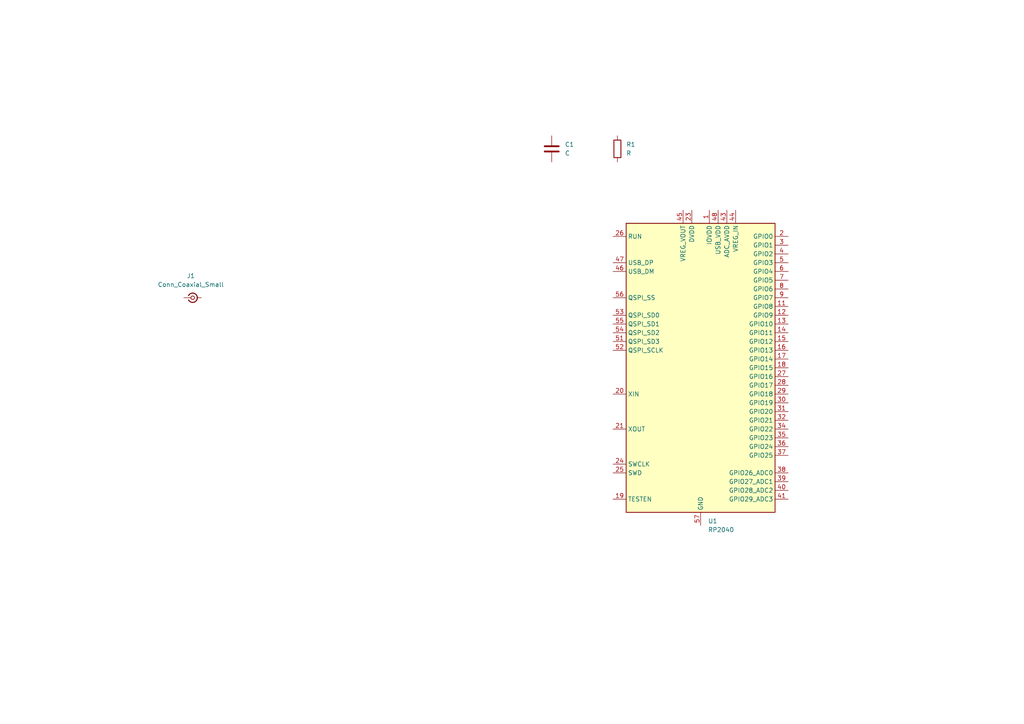
<source format=kicad_sch>
(kicad_sch (version 20250114) (generator "eeschema") (generator_version "9.0")
  (paper "A4")
  (lib_symbols
    (symbol "Connector:Conn_Coaxial_Small" (pin_numbers (hide yes)) (pin_names (offset 1.016) (hide yes))
      (property "Reference" "J" (at 0.254 3.048 0))
      (property "Value" "Conn_Coaxial_Small" (at 0 -3.81 0))
      (symbol "Conn_Coaxial_Small_0_1"
        (polyline (pts (xy -2.54 0) (xy -0.508 0)))
        (circle (center 0 0) (radius 0.508) (stroke (width 0.2032)))
      )
      (symbol "Conn_Coaxial_Small_1_1"
        (arc (start 1.3484 0.0039) (mid 0.327 -1.308) (end -1.1916 -0.6311) (stroke (width 0.3048)))
        (arc (start -1.1916 0.6311) (mid 0.327 1.3081) (end 1.3484 -0.0039) (stroke (width 0.3048)))
        (pin passive line (at -2.54 0 0) (length 1.27) (name "In") (number "1"))
        (pin passive line (at 2.54 0 180) (length 1.27) (name "Ext") (number "2"))
      )
    )
    (symbol "Device:C" (pin_numbers (hide yes)) (pin_names (offset 0.254))
      (property "Reference" "C" (at 0.635 2.54 0))
      (property "Value" "C" (at 0.635 -2.54 0))
      (symbol "C_0_1"
        (polyline (pts (xy -2.032 0.762) (xy 2.032 0.762)) (stroke (width 0.508)))
        (polyline (pts (xy -2.032 -0.762) (xy 2.032 -0.762)) (stroke (width 0.508)))
      )
      (symbol "C_1_1"
        (pin passive line (at 0 3.81 270) (length 2.794) (name "~") (number "1"))
        (pin passive line (at 0 -3.81 90) (length 2.794) (name "~") (number "2"))
      )
    )
    (symbol "Device:R" (pin_numbers (hide yes)) (pin_names (offset 0))
      (property "Reference" "R" (at 2.032 0 90))
      (property "Value" "R" (at 0 0 90))
      (symbol "R_0_1"
        (rectangle (start -1.016 -2.54) (end 1.016 2.54) (stroke (width 0.254)))
      )
      (symbol "R_1_1"
        (pin passive line (at 0 3.81 270) (length 1.27) (name "~") (number "1"))
        (pin passive line (at 0 -3.81 90) (length 1.27) (name "~") (number "2"))
      )
    )
    (symbol "MCU_RaspberryPi:RP2040"
      (property "Reference" "U" (at 17.78 45.72 0))
      (property "Value" "RP2040" (at 17.78 43.18 0))
      (symbol "RP2040_0_1"
        (rectangle (start -21.59 41.91) (end 21.59 -41.91) (stroke (width 0.254)) (fill (type background)))
      )
      (symbol "RP2040_1_1"
        (pin input line (at -25.4 38.1 0) (length 3.81) (name "RUN") (number "26"))
        (pin bidirectional line (at -25.4 30.48 0) (length 3.81) (name "USB_DP") (number "47"))
        (pin bidirectional line (at -25.4 27.94 0) (length 3.81) (name "USB_DM") (number "46"))
        (pin bidirectional line (at -25.4 20.32 0) (length 3.81) (name "QSPI_SS") (number "56"))
        (pin bidirectional line (at -25.4 15.24 0) (length 3.81) (name "QSPI_SD0") (number "53"))
        (pin bidirectional line (at -25.4 12.7 0) (length 3.81) (name "QSPI_SD1") (number "55"))
        (pin bidirectional line (at -25.4 10.16 0) (length 3.81) (name "QSPI_SD2") (number "54"))
        (pin bidirectional line (at -25.4 7.62 0) (length 3.81) (name "QSPI_SD3") (number "51"))
        (pin output line (at -25.4 5.08 0) (length 3.81) (name "QSPI_SCLK") (number "52"))
        (pin input line (at -25.4 -7.62 0) (length 3.81) (name "XIN") (number "20"))
        (pin passive line (at -25.4 -17.78 0) (length 3.81) (name "XOUT") (number "21"))
        (pin input line (at -25.4 -27.94 0) (length 3.81) (name "SWCLK") (number "24"))
        (pin bidirectional line (at -25.4 -30.48 0) (length 3.81) (name "SWD") (number "25"))
        (pin input line (at -25.4 -38.1 0) (length 3.81) (name "TESTEN") (number "19"))
        (pin power_out line (at -5.08 45.72 270) (length 3.81) (name "VREG_VOUT") (number "45"))
        (pin power_in line (at -2.54 45.72 270) (length 3.81) (name "DVDD") (number "23"))
        (pin passive line (at -2.54 45.72 270) (length 3.81) (hide yes) (name "DVDD") (number "50"))
        (pin power_in line (at 0 -45.72 90) (length 3.81) (name "GND") (number "57"))
        (pin power_in line (at 2.54 45.72 270) (length 3.81) (name "IOVDD") (number "1"))
        (pin passive line (at 2.54 45.72 270) (length 3.81) (hide yes) (name "IOVDD") (number "10"))
        (pin passive line (at 2.54 45.72 270) (length 3.81) (hide yes) (name "IOVDD") (number "22"))
        (pin passive line (at 2.54 45.72 270) (length 3.81) (hide yes) (name "IOVDD") (number "33"))
        (pin passive line (at 2.54 45.72 270) (length 3.81) (hide yes) (name "IOVDD") (number "42"))
        (pin passive line (at 2.54 45.72 270) (length 3.81) (hide yes) (name "IOVDD") (number "49"))
        (pin power_in line (at 5.08 45.72 270) (length 3.81) (name "USB_VDD") (number "48"))
        (pin power_in line (at 7.62 45.72 270) (length 3.81) (name "ADC_AVDD") (number "43"))
        (pin power_in line (at 10.16 45.72 270) (length 3.81) (name "VREG_IN") (number "44"))
        (pin bidirectional line (at 25.4 38.1 180) (length 3.81) (name "GPIO0") (number "2"))
        (pin bidirectional line (at 25.4 35.56 180) (length 3.81) (name "GPIO1") (number "3"))
        (pin bidirectional line (at 25.4 33.02 180) (length 3.81) (name "GPIO2") (number "4"))
        (pin bidirectional line (at 25.4 30.48 180) (length 3.81) (name "GPIO3") (number "5"))
        (pin bidirectional line (at 25.4 27.94 180) (length 3.81) (name "GPIO4") (number "6"))
        (pin bidirectional line (at 25.4 25.4 180) (length 3.81) (name "GPIO5") (number "7"))
        (pin bidirectional line (at 25.4 22.86 180) (length 3.81) (name "GPIO6") (number "8"))
        (pin bidirectional line (at 25.4 20.32 180) (length 3.81) (name "GPIO7") (number "9"))
        (pin bidirectional line (at 25.4 17.78 180) (length 3.81) (name "GPIO8") (number "11"))
        (pin bidirectional line (at 25.4 15.24 180) (length 3.81) (name "GPIO9") (number "12"))
        (pin bidirectional line (at 25.4 12.7 180) (length 3.81) (name "GPIO10") (number "13"))
        (pin bidirectional line (at 25.4 10.16 180) (length 3.81) (name "GPIO11") (number "14"))
        (pin bidirectional line (at 25.4 7.62 180) (length 3.81) (name "GPIO12") (number "15"))
        (pin bidirectional line (at 25.4 5.08 180) (length 3.81) (name "GPIO13") (number "16"))
        (pin bidirectional line (at 25.4 2.54 180) (length 3.81) (name "GPIO14") (number "17"))
        (pin bidirectional line (at 25.4 0 180) (length 3.81) (name "GPIO15") (number "18"))
        (pin bidirectional line (at 25.4 -2.54 180) (length 3.81) (name "GPIO16") (number "27"))
        (pin bidirectional line (at 25.4 -5.08 180) (length 3.81) (name "GPIO17") (number "28"))
        (pin bidirectional line (at 25.4 -7.62 180) (length 3.81) (name "GPIO18") (number "29"))
        (pin bidirectional line (at 25.4 -10.16 180) (length 3.81) (name "GPIO19") (number "30"))
        (pin bidirectional line (at 25.4 -12.7 180) (length 3.81) (name "GPIO20") (number "31"))
        (pin bidirectional line (at 25.4 -15.24 180) (length 3.81) (name "GPIO21") (number "32"))
        (pin bidirectional line (at 25.4 -17.78 180) (length 3.81) (name "GPIO22") (number "34"))
        (pin bidirectional line (at 25.4 -20.32 180) (length 3.81) (name "GPIO23") (number "35"))
        (pin bidirectional line (at 25.4 -22.86 180) (length 3.81) (name "GPIO24") (number "36"))
        (pin bidirectional line (at 25.4 -25.4 180) (length 3.81) (name "GPIO25") (number "37"))
        (pin bidirectional line (at 25.4 -30.48 180) (length 3.81) (name "GPIO26_ADC0") (number "38"))
        (pin bidirectional line (at 25.4 -33.02 180) (length 3.81) (name "GPIO27_ADC1") (number "39"))
        (pin bidirectional line (at 25.4 -35.56 180) (length 3.81) (name "GPIO28_ADC2") (number "40"))
        (pin bidirectional line (at 25.4 -38.1 180) (length 3.81) (name "GPIO29_ADC3") (number "41"))
      )
    )
  )
  (symbol (lib_id "Connector:Conn_Coaxial_Small") (at 55.88 86.36 0) (unit 1)
    (property "Reference" "J1" (at 55.3604 80.01 0))
    (property "Value" "Conn_Coaxial_Small" (at 55.3604 82.55 0))
    (property "Description" "small coaxial connector (BNC, SMA, SMB, SMC, Cinch/RCA, LEMO, ...)" (effects (hide yes)))
  )
  (symbol (lib_id "MCU_RaspberryPi:RP2040") (at 203.2 106.68 0) (unit 1)
    (property "Reference" "U1" (at 205.3433 151.13 0) (effects (justify left)))
    (property "Value" "RP2040" (at 205.3433 153.67 0) (effects (justify left)))
    (property "Footprint" "Package_DFN_QFN:QFN-56-1EP_7x7mm_P0.4mm_EP3.2x3.2mm" (effects (hide yes)))
    (property "Datasheet" "https://datasheets.raspberrypi.com/rp2040/rp2040-datasheet.pdf" (effects (hide yes)))
    (property "Description" "A microcontroller by Raspberry Pi" (effects (hide yes)))
  )
  (symbol (lib_id "Device:C") (at 160.02 43.18 0) (unit 1)
    (property "Reference" "C1" (at 163.83 41.9099 0) (effects (justify left)))
    (property "Value" "C" (at 163.83 44.4499 0) (effects (justify left)))
    (property "Description" "Unpolarized capacitor" (effects (hide yes)))
  )
  (symbol (lib_id "Device:R") (at 179.07 43.18 0) (unit 1)
    (property "Reference" "R1" (at 181.61 41.9099 0) (effects (justify left)))
    (property "Value" "R" (at 181.61 44.4499 0) (effects (justify left)))
    (property "Description" "Resistor" (effects (hide yes)))
  )
)
</source>
